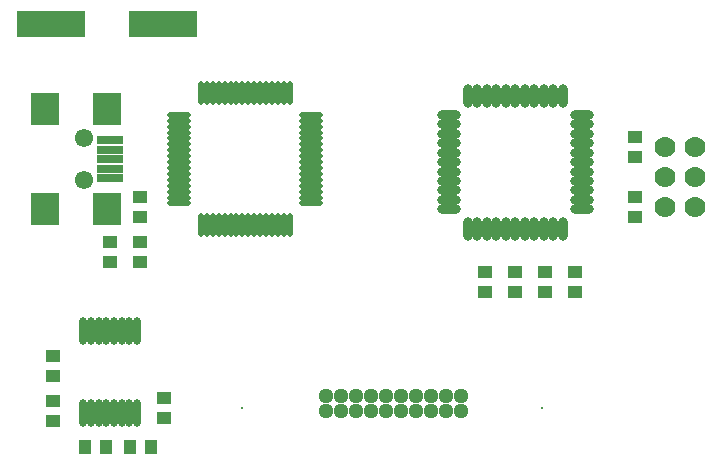
<source format=gts>
G04 Layer_Color=8388736*
%FSLAX24Y24*%
%MOIN*%
G70*
G01*
G75*
%ADD40R,0.0887X0.0297*%
%ADD41R,0.0966X0.1084*%
%ADD42R,0.0395X0.0454*%
%ADD43R,0.0474X0.0415*%
%ADD44R,0.0454X0.0395*%
%ADD45O,0.0218X0.0789*%
%ADD46O,0.0789X0.0218*%
%ADD47O,0.0277X0.0927*%
%ADD48O,0.0317X0.0789*%
%ADD49O,0.0789X0.0317*%
%ADD50R,0.2265X0.0887*%
%ADD51C,0.0612*%
%ADD52C,0.0100*%
%ADD53C,0.0506*%
%ADD54C,0.0700*%
D40*
X3493Y11230D02*
D03*
Y10915D02*
D03*
Y9970D02*
D03*
Y10285D02*
D03*
Y10600D02*
D03*
D41*
X3394Y12254D02*
D03*
Y8946D02*
D03*
X1307D02*
D03*
Y12254D02*
D03*
D42*
X4844Y1000D02*
D03*
X4156D02*
D03*
X3344D02*
D03*
X2656D02*
D03*
D43*
X4500Y7835D02*
D03*
Y7165D02*
D03*
Y9335D02*
D03*
Y8665D02*
D03*
X3500Y7835D02*
D03*
Y7165D02*
D03*
X16000Y6165D02*
D03*
Y6835D02*
D03*
X17000Y6165D02*
D03*
Y6835D02*
D03*
X21000Y8665D02*
D03*
Y9335D02*
D03*
Y11335D02*
D03*
Y10665D02*
D03*
X19000Y6165D02*
D03*
Y6835D02*
D03*
D44*
X5300Y1956D02*
D03*
Y2644D02*
D03*
X1600Y3356D02*
D03*
Y4044D02*
D03*
Y1856D02*
D03*
Y2544D02*
D03*
X18000Y6844D02*
D03*
Y6156D02*
D03*
D45*
X6524Y12795D02*
D03*
X6720D02*
D03*
X6917D02*
D03*
X7114D02*
D03*
X7311D02*
D03*
X7508D02*
D03*
X7705D02*
D03*
X7902D02*
D03*
X8098D02*
D03*
X8295D02*
D03*
X8492D02*
D03*
X8689D02*
D03*
X8886D02*
D03*
X9083D02*
D03*
X9280D02*
D03*
X9476D02*
D03*
Y8405D02*
D03*
X9280D02*
D03*
X9083D02*
D03*
X8886D02*
D03*
X8689D02*
D03*
X8492D02*
D03*
X8295D02*
D03*
X8098D02*
D03*
X7902D02*
D03*
X7705D02*
D03*
X7508D02*
D03*
X7311D02*
D03*
X7114D02*
D03*
X6917D02*
D03*
X6720D02*
D03*
X6524D02*
D03*
D46*
X10195Y12076D02*
D03*
Y11880D02*
D03*
Y11683D02*
D03*
Y11486D02*
D03*
Y11289D02*
D03*
Y11092D02*
D03*
Y10895D02*
D03*
Y10698D02*
D03*
Y10502D02*
D03*
Y10305D02*
D03*
Y10108D02*
D03*
Y9911D02*
D03*
Y9714D02*
D03*
Y9517D02*
D03*
Y9320D02*
D03*
Y9124D02*
D03*
X5805D02*
D03*
Y9320D02*
D03*
Y9517D02*
D03*
Y9714D02*
D03*
Y9911D02*
D03*
Y10108D02*
D03*
Y10305D02*
D03*
Y10502D02*
D03*
Y10698D02*
D03*
Y10895D02*
D03*
Y11092D02*
D03*
Y11289D02*
D03*
Y11486D02*
D03*
Y11683D02*
D03*
Y11880D02*
D03*
Y12076D02*
D03*
D47*
X4396Y4858D02*
D03*
X4140D02*
D03*
X3884D02*
D03*
X3628D02*
D03*
X3372D02*
D03*
X3116D02*
D03*
X2860D02*
D03*
X2604D02*
D03*
X4396Y2142D02*
D03*
X4140D02*
D03*
X3884D02*
D03*
X3628D02*
D03*
X3372D02*
D03*
X3116D02*
D03*
X2860D02*
D03*
X2604D02*
D03*
D48*
X18575Y12715D02*
D03*
X18260D02*
D03*
X17945D02*
D03*
X17630D02*
D03*
X17315D02*
D03*
X17000D02*
D03*
X16685D02*
D03*
X16370D02*
D03*
X16055D02*
D03*
X15740D02*
D03*
X15425D02*
D03*
Y8285D02*
D03*
X15740D02*
D03*
X16055D02*
D03*
X16370D02*
D03*
X16685D02*
D03*
X17000D02*
D03*
X17315D02*
D03*
X17630D02*
D03*
X17945D02*
D03*
X18260D02*
D03*
X18575D02*
D03*
D49*
X14785Y12075D02*
D03*
Y11760D02*
D03*
Y11445D02*
D03*
Y11130D02*
D03*
Y10815D02*
D03*
Y10500D02*
D03*
Y10185D02*
D03*
Y9870D02*
D03*
Y9555D02*
D03*
Y9240D02*
D03*
Y8925D02*
D03*
X19215D02*
D03*
Y9240D02*
D03*
Y9555D02*
D03*
Y9870D02*
D03*
Y10185D02*
D03*
Y10500D02*
D03*
Y10815D02*
D03*
Y11130D02*
D03*
Y11445D02*
D03*
Y11760D02*
D03*
Y12075D02*
D03*
D50*
X5270Y15100D02*
D03*
X1530D02*
D03*
D51*
X2607Y9911D02*
D03*
Y11289D02*
D03*
D52*
X7900Y2300D02*
D03*
X17900D02*
D03*
D53*
X14700Y2200D02*
D03*
X14200D02*
D03*
X13700D02*
D03*
X13200D02*
D03*
X12700D02*
D03*
X11700D02*
D03*
X12200D02*
D03*
X11200D02*
D03*
X10700D02*
D03*
Y2700D02*
D03*
X11200D02*
D03*
X11700D02*
D03*
X12200D02*
D03*
X12700D02*
D03*
X13200D02*
D03*
X13700D02*
D03*
X14200D02*
D03*
X14700D02*
D03*
X15200D02*
D03*
Y2200D02*
D03*
D54*
X22000Y9000D02*
D03*
Y10000D02*
D03*
Y11000D02*
D03*
X23000Y9000D02*
D03*
Y10000D02*
D03*
Y11000D02*
D03*
M02*

</source>
